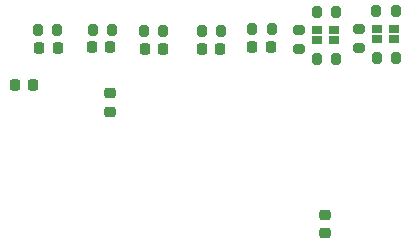
<source format=gtp>
G04 #@! TF.GenerationSoftware,KiCad,Pcbnew,9.0.0*
G04 #@! TF.CreationDate,2025-03-21T14:48:03+11:00*
G04 #@! TF.ProjectId,PCB_BackDesign,5043425f-4261-4636-9b44-657369676e2e,rev?*
G04 #@! TF.SameCoordinates,Original*
G04 #@! TF.FileFunction,Paste,Top*
G04 #@! TF.FilePolarity,Positive*
%FSLAX46Y46*%
G04 Gerber Fmt 4.6, Leading zero omitted, Abs format (unit mm)*
G04 Created by KiCad (PCBNEW 9.0.0) date 2025-03-21 14:48:03*
%MOMM*%
%LPD*%
G01*
G04 APERTURE LIST*
G04 Aperture macros list*
%AMRoundRect*
0 Rectangle with rounded corners*
0 $1 Rounding radius*
0 $2 $3 $4 $5 $6 $7 $8 $9 X,Y pos of 4 corners*
0 Add a 4 corners polygon primitive as box body*
4,1,4,$2,$3,$4,$5,$6,$7,$8,$9,$2,$3,0*
0 Add four circle primitives for the rounded corners*
1,1,$1+$1,$2,$3*
1,1,$1+$1,$4,$5*
1,1,$1+$1,$6,$7*
1,1,$1+$1,$8,$9*
0 Add four rect primitives between the rounded corners*
20,1,$1+$1,$2,$3,$4,$5,0*
20,1,$1+$1,$4,$5,$6,$7,0*
20,1,$1+$1,$6,$7,$8,$9,0*
20,1,$1+$1,$8,$9,$2,$3,0*%
G04 Aperture macros list end*
%ADD10RoundRect,0.200000X-0.200000X-0.275000X0.200000X-0.275000X0.200000X0.275000X-0.200000X0.275000X0*%
%ADD11R,0.850000X0.650000*%
%ADD12RoundRect,0.218750X0.218750X0.256250X-0.218750X0.256250X-0.218750X-0.256250X0.218750X-0.256250X0*%
%ADD13RoundRect,0.225000X-0.225000X-0.250000X0.225000X-0.250000X0.225000X0.250000X-0.225000X0.250000X0*%
%ADD14RoundRect,0.225000X0.250000X-0.225000X0.250000X0.225000X-0.250000X0.225000X-0.250000X-0.225000X0*%
%ADD15RoundRect,0.200000X-0.275000X0.200000X-0.275000X-0.200000X0.275000X-0.200000X0.275000X0.200000X0*%
%ADD16RoundRect,0.225000X-0.250000X0.225000X-0.250000X-0.225000X0.250000X-0.225000X0.250000X0.225000X0*%
G04 APERTURE END LIST*
D10*
X149245000Y-80070792D03*
X150895000Y-80070792D03*
X149245000Y-76070792D03*
X150895000Y-76070792D03*
D11*
X149245000Y-78420792D03*
X149245000Y-77570792D03*
X150695000Y-77570792D03*
X150695000Y-78420792D03*
X154350630Y-78350000D03*
X154350630Y-77500000D03*
X155800630Y-77500000D03*
X155800630Y-78350000D03*
D10*
X139527657Y-77720000D03*
X141177657Y-77720000D03*
D12*
X136257500Y-79182500D03*
X134682500Y-79182500D03*
X127352500Y-79110000D03*
X125777500Y-79110000D03*
D13*
X123725000Y-82250000D03*
X125275000Y-82250000D03*
D10*
X154350000Y-80000000D03*
X156000000Y-80000000D03*
D12*
X131787500Y-79072500D03*
X130212500Y-79072500D03*
D14*
X150000000Y-94775000D03*
X150000000Y-93225000D03*
D10*
X154300630Y-76000000D03*
X155950630Y-76000000D03*
X143821876Y-77500000D03*
X145471876Y-77500000D03*
X130320000Y-77572500D03*
X131970000Y-77572500D03*
D12*
X145364376Y-79000000D03*
X143789376Y-79000000D03*
D10*
X134607500Y-77682500D03*
X136257500Y-77682500D03*
D15*
X147745000Y-77570792D03*
X147745000Y-79220792D03*
D16*
X131750000Y-82975000D03*
X131750000Y-84525000D03*
D10*
X125645000Y-77610000D03*
X127295000Y-77610000D03*
D12*
X141095157Y-79220000D03*
X139520157Y-79220000D03*
D15*
X152800630Y-77500000D03*
X152800630Y-79150000D03*
M02*

</source>
